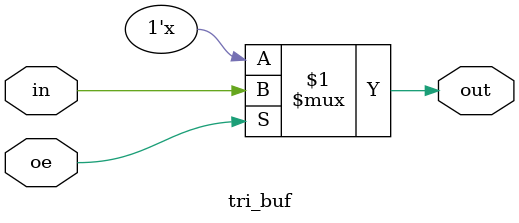
<source format=v>
module tri_buf(in, oe, out);
	input in, oe;
	output out;
	
	assign out = oe ? in : 1'bz;
endmodule

</source>
